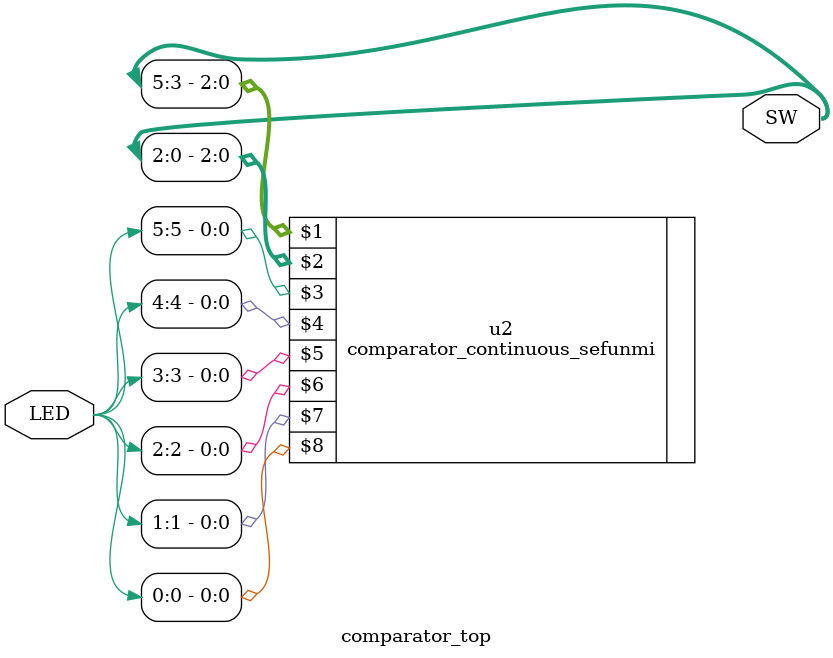
<source format=v>


module comparator_top(SW, LED);
	input  [5:0] LED;
	output [5:0] SW;
	
// Module instances u1 and u2 are instances of your modules from Projects 1A and 1B.
// Add the two comparator source files to this project.
// Modify the module instance names to match the names of your files. 
// ONLY ONE INSTANCE CAN BE ACTIVE AT A TIME. One instance should always be commented out.

//                                 (valA   , valB   , aGTb  , aGEb  , aLTb  , aLEb  , aEQb  , aNEb  );
// comparator_structural_sefunmi u1(SW[5:3], SW[2:0], LED[5], LED[4], LED[3], LED[2], LED[1], LED[0]);
	comparator_continuous_sefunmi u2(SW[5:3], SW[2:0], LED[5], LED[4], LED[3], LED[2], LED[1], LED[0]);

endmodule

</source>
